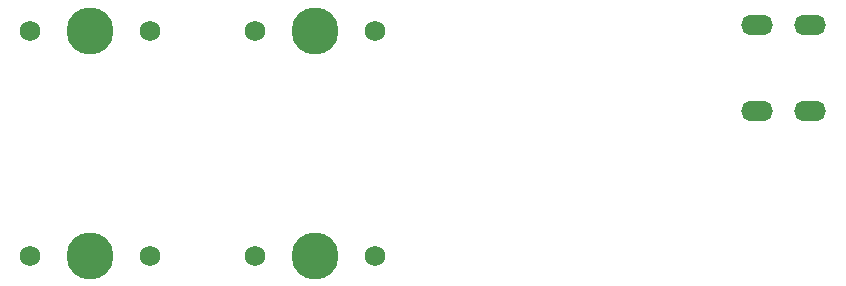
<source format=gbr>
%TF.GenerationSoftware,KiCad,Pcbnew,7.0.8*%
%TF.CreationDate,2023-10-09T20:52:53+02:00*%
%TF.ProjectId,keyboard,6b657962-6f61-4726-942e-6b696361645f,rev?*%
%TF.SameCoordinates,Original*%
%TF.FileFunction,Soldermask,Top*%
%TF.FilePolarity,Negative*%
%FSLAX46Y46*%
G04 Gerber Fmt 4.6, Leading zero omitted, Abs format (unit mm)*
G04 Created by KiCad (PCBNEW 7.0.8) date 2023-10-09 20:52:53*
%MOMM*%
%LPD*%
G01*
G04 APERTURE LIST*
%ADD10C,1.750000*%
%ADD11C,3.987800*%
%ADD12O,2.700000X1.700000*%
G04 APERTURE END LIST*
D10*
%TO.C,MX1*%
X107632500Y-65087500D03*
D11*
X112712500Y-65087500D03*
D10*
X117792500Y-65087500D03*
%TD*%
%TO.C,MX3*%
X107632500Y-84137500D03*
D11*
X112712500Y-84137500D03*
D10*
X117792500Y-84137500D03*
%TD*%
%TO.C,MX4*%
X126682500Y-84137500D03*
D11*
X131762500Y-84137500D03*
D10*
X136842500Y-84137500D03*
%TD*%
%TO.C,MX2*%
X126682500Y-65087500D03*
D11*
X131762500Y-65087500D03*
D10*
X136842500Y-65087500D03*
%TD*%
D12*
%TO.C,USB1*%
X173638000Y-71912500D03*
X173638000Y-64612500D03*
X169138000Y-71912500D03*
X169138000Y-64612500D03*
%TD*%
M02*

</source>
